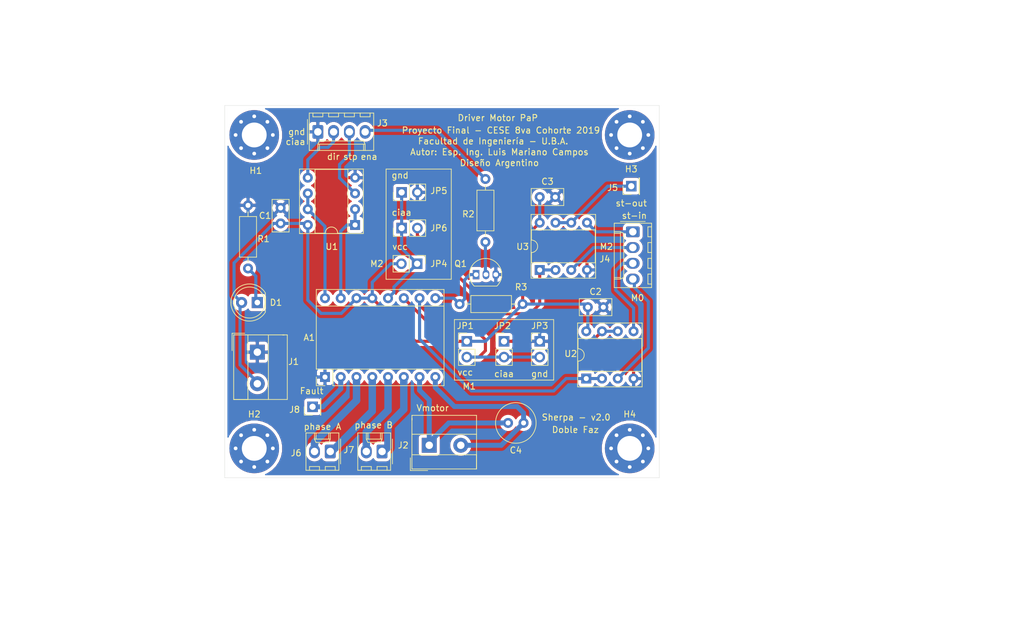
<source format=kicad_pcb>
(kicad_pcb (version 20171130) (host pcbnew 5.1.4-e60b266~84~ubuntu18.04.1)
  (title_block (title "Driver Motor Paso a Paso - Doble faz") (date 2020-05-19) (rev 2.0) (company "Proyecto Final - CESE") (comment 1 "Facultad de Ingeniería - U.B.A.") (comment 2 "Autor : Esp. Ing. Luis Mariano Campos"))
  (layers (0 F.Cu signal) (31 B.Cu signal) (34 B.Paste user hide) (35 F.Paste user hide) (36 B.SilkS user hide) (37 F.SilkS user) (38 B.Mask user) (39 F.Mask user) (44 Edge.Cuts user))
  (net 0 "")
  (net 1 "Net-(A1-Pad16)")
  (net 2 VDD)
  (net 3 "Net-(A1-Pad15)")
  (net 4 GNDPWR)
  (net 5 VCC)
  (net 6 "Net-(A1-Pad6)")
  (net 7 "Net-(A1-Pad5)")
  (net 8 "Net-(A1-Pad12)")
  (net 9 "Net-(A1-Pad4)")
  (net 10 "Net-(A1-Pad11)")
  (net 11 "Net-(A1-Pad3)")
  (net 12 "Net-(A1-Pad10)")
  (net 13 "Net-(A1-Pad2)")
  (net 14 "Net-(A1-Pad9)")
  (net 15 GND)
  (net 16 "Net-(D1-Pad1)")
  (net 17 "Net-(J3-Pad4)")
  (net 18 "Net-(J3-Pad3)")
  (net 19 "Net-(J3-Pad2)")
  (net 20 "Net-(J4-Pad4)")
  (net 21 "Net-(J4-Pad3)")
  (net 22 "Net-(J4-Pad2)")
  (net 23 "Net-(J4-Pad1)")
  (net 24 "Net-(J5-Pad1)")
  (net 25 "Net-(JP2-Pad1)")
  (net 26 "Net-(JP6-Pad2)")
  (net 27 "Net-(Q1-Pad2)")
  (module Package_TO_SOT_THT:TO-92_Inline (layer F.Cu) (at 115.75 77)
    (fp_text reference Q1 (at -2.75 -1.75) (layer F.SilkS))
    (fp_text value BC547)
    (pad 1 thru_hole rect (at -0.254 0) (size 1.05 1.5) (drill 0.75) (layers *.Cu *.Mask) (net 14 "Net-(A1-Pad9)"))
    (pad 3 thru_hole oval (at 2.93 -0.01) (size 1.05 1.5) (drill 0.75) (layers *.Cu *.Mask) (net 15 GND))
    (pad 2 thru_hole oval (at 1.34 -0.01) (size 1.05 1.5) (drill 0.75) (layers *.Cu *.Mask) (net 27 "Net-(Q1-Pad2)"))
  )
  (module Resistor_THT:R_Axial_DIN0207_L6.3mm_D2.5mm_P10.16mm_Horizontal (layer F.Cu) (at 117 71.75 90)
    (fp_text reference R2 (at 4.5 -2.75 180) (layer F.SilkS))
    (fp_text value 33k)
    (pad 2 thru_hole oval (at 10.16 0 90) (size 1.6 1.6) (drill 0.8) (layers *.Cu *.Mask) (net 17 "Net-(J3-Pad4)"))
    (pad 1 thru_hole circle (at 0 0 90) (size 1.6 1.6) (drill 0.8) (layers *.Cu *.Mask) (net 27 "Net-(Q1-Pad2)"))
  )
  (module Connector_PinHeader_2.54mm:PinHeader_1x02_P2.54mm_Vertical (layer F.Cu) (at 103.5 69.5 90)
    (fp_text reference JP6 (at 0 6 180) (layer F.SilkS))
    (fp_text value Jumper_2_Open)
    (pad 2 thru_hole oval (at 0 2.54 90) (size 1.7 1.7) (drill 1) (layers *.Cu *.Mask) (net 26 "Net-(JP6-Pad2)"))
    (pad 1 thru_hole rect (at 0 0 90) (size 1.7 1.7) (drill 1) (layers *.Cu *.Mask) (net 8 "Net-(A1-Pad12)"))
  )
  (module Package_DIP:DIP-8_W7.62mm_Socket (layer F.Cu) (at 133.25 93.75 90)
    (fp_text reference U2 (at 4 -2.5 180) (layer F.SilkS))
    (fp_text value LM358)
    (pad 8 thru_hole oval (at 7.62 0 90) (size 1.6 1.6) (drill 0.8) (layers *.Cu *.Mask) (net 5 VCC))
    (pad 4 thru_hole oval (at 0 7.62 90) (size 1.6 1.6) (drill 0.8) (layers *.Cu *.Mask) (net 15 GND))
    (pad 7 thru_hole oval (at 7.62 2.54 90) (size 1.6 1.6) (drill 0.8) (layers *.Cu *.Mask) (net 25 "Net-(JP2-Pad1)"))
    (pad 3 thru_hole oval (at 0 5.08 90) (size 1.6 1.6) (drill 0.8) (layers *.Cu *.Mask) (net 20 "Net-(J4-Pad4)"))
    (pad 6 thru_hole oval (at 7.62 5.08 90) (size 1.6 1.6) (drill 0.8) (layers *.Cu *.Mask) (net 25 "Net-(JP2-Pad1)"))
    (pad 2 thru_hole oval (at 0 2.54 90) (size 1.6 1.6) (drill 0.8) (layers *.Cu *.Mask) (net 12 "Net-(A1-Pad10)"))
    (pad 5 thru_hole oval (at 7.62 7.62 90) (size 1.6 1.6) (drill 0.8) (layers *.Cu *.Mask) (net 21 "Net-(J4-Pad3)"))
    (pad 1 thru_hole rect (at 0 0 90) (size 1.6 1.6) (drill 0.8) (layers *.Cu *.Mask) (net 12 "Net-(A1-Pad10)"))
  )
  (module Module:Pololu_Breakout-16_15.2x20.3mm (layer F.Cu) (at 91.15 93.5 90)
    (fp_text reference A1 (at 6.35 -2.54 180) (layer F.SilkS))
    (fp_text value Pololu_Breakout_DRV8825)
    (pad 16 thru_hole oval (at 12.7 0 90) (size 1.6 1.6) (drill 0.8) (layers *.Cu *.Mask) (net 1 "Net-(A1-Pad16)"))
    (pad 8 thru_hole oval (at 0 17.78 90) (size 1.6 1.6) (drill 0.8) (layers *.Cu *.Mask) (net 2 VDD))
    (pad 15 thru_hole oval (at 12.7 2.54 90) (size 1.6 1.6) (drill 0.8) (layers *.Cu *.Mask) (net 3 "Net-(A1-Pad15)"))
    (pad 7 thru_hole oval (at 0 15.24 90) (size 1.6 1.6) (drill 0.8) (layers *.Cu *.Mask) (net 4 GNDPWR))
    (pad 14 thru_hole oval (at 12.7 5.08 90) (size 1.6 1.6) (drill 0.8) (layers *.Cu *.Mask) (net 5 VCC))
    (pad 6 thru_hole oval (at 0 12.7 90) (size 1.6 1.6) (drill 0.8) (layers *.Cu *.Mask) (net 6 "Net-(A1-Pad6)"))
    (pad 13 thru_hole oval (at 12.7 7.62 90) (size 1.6 1.6) (drill 0.8) (layers *.Cu *.Mask) (net 5 VCC))
    (pad 5 thru_hole oval (at 0 10.16 90) (size 1.6 1.6) (drill 0.8) (layers *.Cu *.Mask) (net 7 "Net-(A1-Pad5)"))
    (pad 12 thru_hole oval (at 12.7 10.16 90) (size 1.6 1.6) (drill 0.8) (layers *.Cu *.Mask) (net 8 "Net-(A1-Pad12)"))
    (pad 4 thru_hole oval (at 0 7.62 90) (size 1.6 1.6) (drill 0.8) (layers *.Cu *.Mask) (net 9 "Net-(A1-Pad4)"))
    (pad 11 thru_hole oval (at 12.7 12.7 90) (size 1.6 1.6) (drill 0.8) (layers *.Cu *.Mask) (net 10 "Net-(A1-Pad11)"))
    (pad 3 thru_hole oval (at 0 5.08 90) (size 1.6 1.6) (drill 0.8) (layers *.Cu *.Mask) (net 11 "Net-(A1-Pad3)"))
    (pad 10 thru_hole oval (at 12.7 15.24 90) (size 1.6 1.6) (drill 0.8) (layers *.Cu *.Mask) (net 12 "Net-(A1-Pad10)"))
    (pad 2 thru_hole oval (at 0 2.54 90) (size 1.6 1.6) (drill 0.8) (layers *.Cu *.Mask) (net 13 "Net-(A1-Pad2)"))
    (pad 9 thru_hole oval (at 12.7 17.78 90) (size 1.6 1.6) (drill 0.8) (layers *.Cu *.Mask) (net 14 "Net-(A1-Pad9)"))
    (pad 1 thru_hole rect (at 0 0 90) (size 1.6 1.6) (drill 0.8) (layers *.Cu *.Mask) (net 15 GND))
  )
  (module Connector_Molex:Molex_KK-254_AE-6410-02A_1x02_P2.54mm_Vertical (layer F.Cu) (at 92 105.5 180)
    (fp_text reference J6 (at 5.5 -0.25 180) (layer F.SilkS))
    (fp_text value Conn_01x02)
    (pad 2 thru_hole oval (at 2.54 0 180) (size 1.74 2.2) (drill 1.2) (layers *.Cu *.Mask) (net 11 "Net-(A1-Pad3)"))
    (pad 1 thru_hole roundrect (at 0 0 180) (size 1.74 2.2) (drill 1.2) (layers *.Cu *.Mask) (roundrect_rratio 0.143678) (net 9 "Net-(A1-Pad4)"))
  )
  (module Package_DIP:DIP-8_W7.62mm_Socket (layer F.Cu) (at 125.75 76.25 90)
    (fp_text reference U3 (at 3.75 -2.75 180) (layer F.SilkS))
    (fp_text value LM358)
    (pad 8 thru_hole oval (at 7.62 0 90) (size 1.6 1.6) (drill 0.8) (layers *.Cu *.Mask) (net 5 VCC))
    (pad 4 thru_hole oval (at 0 7.62 90) (size 1.6 1.6) (drill 0.8) (layers *.Cu *.Mask) (net 15 GND))
    (pad 7 thru_hole oval (at 7.62 2.54 90) (size 1.6 1.6) (drill 0.8) (layers *.Cu *.Mask) (net 24 "Net-(J5-Pad1)"))
    (pad 3 thru_hole oval (at 0 5.08 90) (size 1.6 1.6) (drill 0.8) (layers *.Cu *.Mask) (net 22 "Net-(J4-Pad2)"))
    (pad 6 thru_hole oval (at 7.62 5.08 90) (size 1.6 1.6) (drill 0.8) (layers *.Cu *.Mask) (net 24 "Net-(J5-Pad1)"))
    (pad 2 thru_hole oval (at 0 2.54 90) (size 1.6 1.6) (drill 0.8) (layers *.Cu *.Mask) (net 26 "Net-(JP6-Pad2)"))
    (pad 5 thru_hole oval (at 7.62 7.62 90) (size 1.6 1.6) (drill 0.8) (layers *.Cu *.Mask) (net 23 "Net-(J4-Pad1)"))
    (pad 1 thru_hole rect (at 0 0 90) (size 1.6 1.6) (drill 0.8) (layers *.Cu *.Mask) (net 26 "Net-(JP6-Pad2)"))
  )
  (module Package_DIP:DIP-8_W7.62mm_Socket (layer F.Cu) (at 96 69 180)
    (fp_text reference U1 (at 3.75 -3.5 180) (layer F.SilkS))
    (fp_text value LM358)
    (pad 8 thru_hole oval (at 7.62 0 180) (size 1.6 1.6) (drill 0.8) (layers *.Cu *.Mask) (net 5 VCC))
    (pad 4 thru_hole oval (at 0 7.62 180) (size 1.6 1.6) (drill 0.8) (layers *.Cu *.Mask) (net 15 GND))
    (pad 7 thru_hole oval (at 7.62 2.54 180) (size 1.6 1.6) (drill 0.8) (layers *.Cu *.Mask) (net 1 "Net-(A1-Pad16)"))
    (pad 3 thru_hole oval (at 0 5.08 180) (size 1.6 1.6) (drill 0.8) (layers *.Cu *.Mask) (net 18 "Net-(J3-Pad3)"))
    (pad 6 thru_hole oval (at 7.62 5.08 180) (size 1.6 1.6) (drill 0.8) (layers *.Cu *.Mask) (net 1 "Net-(A1-Pad16)"))
    (pad 2 thru_hole oval (at 0 2.54 180) (size 1.6 1.6) (drill 0.8) (layers *.Cu *.Mask) (net 3 "Net-(A1-Pad15)"))
    (pad 5 thru_hole oval (at 7.62 7.62 180) (size 1.6 1.6) (drill 0.8) (layers *.Cu *.Mask) (net 19 "Net-(J3-Pad2)"))
    (pad 1 thru_hole rect (at 0 0 180) (size 1.6 1.6) (drill 0.8) (layers *.Cu *.Mask) (net 3 "Net-(A1-Pad15)"))
  )
  (module Resistor_THT:R_Axial_DIN0207_L6.3mm_D2.5mm_P10.16mm_Horizontal (layer F.Cu) (at 123 81.75 180)
    (fp_text reference R3 (at 0.25 2.75) (layer F.SilkS))
    (fp_text value 470)
    (pad 2 thru_hole oval (at 10.16 0 180) (size 1.6 1.6) (drill 0.8) (layers *.Cu *.Mask) (net 14 "Net-(A1-Pad9)"))
    (pad 1 thru_hole circle (at 0 0 180) (size 1.6 1.6) (drill 0.8) (layers *.Cu *.Mask) (net 5 VCC))
  )
  (module Resistor_THT:R_Axial_DIN0207_L6.3mm_D2.5mm_P10.16mm_Horizontal (layer F.Cu) (at 78.75 76 90)
    (fp_text reference R1 (at 4.75 2.5 180) (layer F.SilkS))
    (fp_text value 220)
    (pad 2 thru_hole oval (at 10.16 0 90) (size 1.6 1.6) (drill 0.8) (layers *.Cu *.Mask) (net 15 GND))
    (pad 1 thru_hole circle (at 0 0 90) (size 1.6 1.6) (drill 0.8) (layers *.Cu *.Mask) (net 16 "Net-(D1-Pad1)"))
  )
  (module Connector_PinHeader_2.54mm:PinHeader_1x02_P2.54mm_Vertical (layer F.Cu) (at 103.5 63.75 90)
    (fp_text reference JP5 (at 0.25 6 180) (layer F.SilkS))
    (fp_text value Jumper_2_Open)
    (pad 2 thru_hole oval (at 0 2.54 90) (size 1.7 1.7) (drill 1) (layers *.Cu *.Mask) (net 15 GND))
    (pad 1 thru_hole rect (at 0 0 90) (size 1.7 1.7) (drill 1) (layers *.Cu *.Mask) (net 8 "Net-(A1-Pad12)"))
  )
  (module Connector_PinHeader_2.54mm:PinHeader_1x02_P2.54mm_Vertical (layer F.Cu) (at 106 75.25 270)
    (fp_text reference JP4 (at 0 -3.5 180) (layer F.SilkS))
    (fp_text value Jumper_2_Open)
    (pad 2 thru_hole oval (at 0 2.54 270) (size 1.7 1.7) (drill 1) (layers *.Cu *.Mask) (net 5 VCC))
    (pad 1 thru_hole rect (at 0 0 270) (size 1.7 1.7) (drill 1) (layers *.Cu *.Mask) (net 8 "Net-(A1-Pad12)"))
  )
  (module Connector_PinHeader_2.54mm:PinHeader_1x02_P2.54mm_Vertical (layer F.Cu) (at 125.75 87.75)
    (fp_text reference JP3 (at 0 -2.5 180) (layer F.SilkS))
    (fp_text value Jumper_2_Open)
    (pad 2 thru_hole oval (at 0 2.54) (size 1.7 1.7) (drill 1) (layers *.Cu *.Mask) (net 10 "Net-(A1-Pad11)"))
    (pad 1 thru_hole rect (at 0 0) (size 1.7 1.7) (drill 1) (layers *.Cu *.Mask) (net 15 GND))
  )
  (module Connector_PinHeader_2.54mm:PinHeader_1x02_P2.54mm_Vertical (layer F.Cu) (at 120 87.75)
    (fp_text reference JP2 (at -0.25 -2.5 180) (layer F.SilkS))
    (fp_text value Jumper_2_Open)
    (pad 2 thru_hole oval (at 0 2.54) (size 1.7 1.7) (drill 1) (layers *.Cu *.Mask) (net 10 "Net-(A1-Pad11)"))
    (pad 1 thru_hole rect (at 0 0) (size 1.7 1.7) (drill 1) (layers *.Cu *.Mask) (net 25 "Net-(JP2-Pad1)"))
  )
  (module Connector_PinHeader_2.54mm:PinHeader_1x02_P2.54mm_Vertical (layer F.Cu) (at 114 87.75)
    (fp_text reference JP1 (at -0.25 -2.5 180) (layer F.SilkS))
    (fp_text value Jumper_2_Open)
    (pad 2 thru_hole oval (at 0 2.54) (size 1.7 1.7) (drill 1) (layers *.Cu *.Mask) (net 10 "Net-(A1-Pad11)"))
    (pad 1 thru_hole rect (at 0 0) (size 1.7 1.7) (drill 1) (layers *.Cu *.Mask) (net 5 VCC))
  )
  (module Connector_PinHeader_2.54mm:PinHeader_1x01_P2.54mm_Vertical (layer F.Cu) (at 89.15 98.3 90)
    (fp_text reference J8 (at -0.45 -2.9 180) (layer F.SilkS))
    (fp_text value Conn_01x01)
    (pad 1 thru_hole rect (at 0 0 90) (size 1.7 1.7) (drill 1) (layers *.Cu *.Mask) (net 13 "Net-(A1-Pad2)"))
  )
  (module Connector_Molex:Molex_KK-254_AE-6410-02A_1x02_P2.54mm_Vertical (layer F.Cu) (at 100.35 105.5 180)
    (fp_text reference J7 (at 5.35 0.25 180) (layer F.SilkS))
    (fp_text value Conn_01x02)
    (pad 2 thru_hole oval (at 2.54 0 180) (size 1.74 2.2) (drill 1.2) (layers *.Cu *.Mask) (net 7 "Net-(A1-Pad5)"))
    (pad 1 thru_hole roundrect (at 0 0 180) (size 1.74 2.2) (drill 1.2) (layers *.Cu *.Mask) (roundrect_rratio 0.143678) (net 6 "Net-(A1-Pad6)"))
  )
  (module Connector_PinHeader_2.54mm:PinHeader_1x01_P2.54mm_Vertical (layer F.Cu) (at 140.5 62.75 90)
    (fp_text reference J5 (at -0.25 -3 180) (layer F.SilkS))
    (fp_text value Conn_01x01)
    (pad 1 thru_hole rect (at 0 0 90) (size 1.7 1.7) (drill 1) (layers *.Cu *.Mask) (net 24 "Net-(J5-Pad1)"))
  )
  (module Connector_Molex:Molex_KK-254_AE-6410-04A_1x04_P2.54mm_Vertical (layer F.Cu) (at 140.75 70.1 270)
    (fp_text reference J4 (at 4.4 4.5 180) (layer F.SilkS))
    (fp_text value Conn_01x04)
    (pad 4 thru_hole oval (at 7.62 0 270) (size 1.74 2.2) (drill 1.2) (layers *.Cu *.Mask) (net 20 "Net-(J4-Pad4)"))
    (pad 3 thru_hole oval (at 5.08 0 270) (size 1.74 2.2) (drill 1.2) (layers *.Cu *.Mask) (net 21 "Net-(J4-Pad3)"))
    (pad 2 thru_hole oval (at 2.54 0 270) (size 1.74 2.2) (drill 1.2) (layers *.Cu *.Mask) (net 22 "Net-(J4-Pad2)"))
    (pad 1 thru_hole roundrect (at 0 0 270) (size 1.74 2.2) (drill 1.2) (layers *.Cu *.Mask) (roundrect_rratio 0.143678) (net 23 "Net-(J4-Pad1)"))
  )
  (module Connector_Molex:Molex_KK-254_AE-6410-04A_1x04_P2.54mm_Vertical (layer F.Cu) (at 90 54)
    (fp_text reference J3 (at 10.4 -1.4 180) (layer F.SilkS))
    (fp_text value Conn_01x04)
    (pad 4 thru_hole oval (at 7.62 0) (size 1.74 2.2) (drill 1.2) (layers *.Cu *.Mask) (net 17 "Net-(J3-Pad4)"))
    (pad 3 thru_hole oval (at 5.08 0) (size 1.74 2.2) (drill 1.2) (layers *.Cu *.Mask) (net 18 "Net-(J3-Pad3)"))
    (pad 2 thru_hole oval (at 2.54 0) (size 1.74 2.2) (drill 1.2) (layers *.Cu *.Mask) (net 19 "Net-(J3-Pad2)"))
    (pad 1 thru_hole roundrect (at 0 0) (size 1.74 2.2) (drill 1.2) (layers *.Cu *.Mask) (roundrect_rratio 0.143678) (net 15 GND))
  )
  (module MountingHole:MountingHole_4mm_Pad_Via (layer F.Cu) (at 140.25 105)
    (fp_text reference H4 (at 0 -5.5 180) (layer F.SilkS))
    (fp_text value MountingHole)
    (pad 1 thru_hole circle (at 2.12132 -2.12132) (size 0.9 0.9) (drill 0.6) (layers *.Cu *.Mask))
    (pad 1 thru_hole circle (at 0 -3) (size 0.9 0.9) (drill 0.6) (layers *.Cu *.Mask))
    (pad 1 thru_hole circle (at -2.12132 -2.12132) (size 0.9 0.9) (drill 0.6) (layers *.Cu *.Mask))
    (pad 1 thru_hole circle (at -3 0) (size 0.9 0.9) (drill 0.6) (layers *.Cu *.Mask))
    (pad 1 thru_hole circle (at -2.12132 2.12132) (size 0.9 0.9) (drill 0.6) (layers *.Cu *.Mask))
    (pad 1 thru_hole circle (at 0 3) (size 0.9 0.9) (drill 0.6) (layers *.Cu *.Mask))
    (pad 1 thru_hole circle (at 2.12132 2.12132) (size 0.9 0.9) (drill 0.6) (layers *.Cu *.Mask))
    (pad 1 thru_hole circle (at 3 0) (size 0.9 0.9) (drill 0.6) (layers *.Cu *.Mask))
    (pad 1 thru_hole circle (at 0 0) (size 8 8) (drill 4) (layers *.Cu *.Mask))
  )
  (module MountingHole:MountingHole_4mm_Pad_Via (layer F.Cu) (at 140.25 54.5)
    (fp_text reference H3 (at 0.25 5.5 180) (layer F.SilkS))
    (fp_text value MountingHole)
    (pad 1 thru_hole circle (at 2.12132 -2.12132) (size 0.9 0.9) (drill 0.6) (layers *.Cu *.Mask))
    (pad 1 thru_hole circle (at 0 -3) (size 0.9 0.9) (drill 0.6) (layers *.Cu *.Mask))
    (pad 1 thru_hole circle (at -2.12132 -2.12132) (size 0.9 0.9) (drill 0.6) (layers *.Cu *.Mask))
    (pad 1 thru_hole circle (at -3 0) (size 0.9 0.9) (drill 0.6) (layers *.Cu *.Mask))
    (pad 1 thru_hole circle (at -2.12132 2.12132) (size 0.9 0.9) (drill 0.6) (layers *.Cu *.Mask))
    (pad 1 thru_hole circle (at 0 3) (size 0.9 0.9) (drill 0.6) (layers *.Cu *.Mask))
    (pad 1 thru_hole circle (at 2.12132 2.12132) (size 0.9 0.9) (drill 0.6) (layers *.Cu *.Mask))
    (pad 1 thru_hole circle (at 3 0) (size 0.9 0.9) (drill 0.6) (layers *.Cu *.Mask))
    (pad 1 thru_hole circle (at 0 0) (size 8 8) (drill 4) (layers *.Cu *.Mask))
  )
  (module MountingHole:MountingHole_4mm_Pad_Via (layer F.Cu) (at 79.75 105)
    (fp_text reference H2 (at 0 -5.5 180) (layer F.SilkS))
    (fp_text value MountingHole)
    (pad 1 thru_hole circle (at 2.12132 -2.12132) (size 0.9 0.9) (drill 0.6) (layers *.Cu *.Mask))
    (pad 1 thru_hole circle (at 0 -3) (size 0.9 0.9) (drill 0.6) (layers *.Cu *.Mask))
    (pad 1 thru_hole circle (at -2.12132 -2.12132) (size 0.9 0.9) (drill 0.6) (layers *.Cu *.Mask))
    (pad 1 thru_hole circle (at -3 0) (size 0.9 0.9) (drill 0.6) (layers *.Cu *.Mask))
    (pad 1 thru_hole circle (at -2.12132 2.12132) (size 0.9 0.9) (drill 0.6) (layers *.Cu *.Mask))
    (pad 1 thru_hole circle (at 0 3) (size 0.9 0.9) (drill 0.6) (layers *.Cu *.Mask))
    (pad 1 thru_hole circle (at 2.12132 2.12132) (size 0.9 0.9) (drill 0.6) (layers *.Cu *.Mask))
    (pad 1 thru_hole circle (at 3 0) (size 0.9 0.9) (drill 0.6) (layers *.Cu *.Mask))
    (pad 1 thru_hole circle (at 0 0) (size 8 8) (drill 4) (layers *.Cu *.Mask))
  )
  (module LED_THT:LED_D5.0mm (layer F.Cu) (at 80.25 81.5 180)
    (fp_text reference D1 (at -3 0 180) (layer F.SilkS))
    (fp_text value LED_PWR)
    (pad 2 thru_hole circle (at 2.54 0 180) (size 1.8 1.8) (drill 0.9) (layers *.Cu *.Mask) (net 5 VCC))
    (pad 1 thru_hole rect (at 0 0 180) (size 1.8 1.8) (drill 0.9) (layers *.Cu *.Mask) (net 16 "Net-(D1-Pad1)"))
  )
  (module MountingHole:MountingHole_4mm_Pad_Via (layer F.Cu) (at 79.75 54.5)
    (fp_text reference H1 (at 0.25 5.75 180) (layer F.SilkS))
    (fp_text value MountingHole)
    (pad 1 thru_hole circle (at 2.12132 -2.12132) (size 0.9 0.9) (drill 0.6) (layers *.Cu *.Mask))
    (pad 1 thru_hole circle (at 0 -3) (size 0.9 0.9) (drill 0.6) (layers *.Cu *.Mask))
    (pad 1 thru_hole circle (at -2.12132 -2.12132) (size 0.9 0.9) (drill 0.6) (layers *.Cu *.Mask))
    (pad 1 thru_hole circle (at -3 0) (size 0.9 0.9) (drill 0.6) (layers *.Cu *.Mask))
    (pad 1 thru_hole circle (at -2.12132 2.12132) (size 0.9 0.9) (drill 0.6) (layers *.Cu *.Mask))
    (pad 1 thru_hole circle (at 0 3) (size 0.9 0.9) (drill 0.6) (layers *.Cu *.Mask))
    (pad 1 thru_hole circle (at 2.12132 2.12132) (size 0.9 0.9) (drill 0.6) (layers *.Cu *.Mask))
    (pad 1 thru_hole circle (at 3 0) (size 0.9 0.9) (drill 0.6) (layers *.Cu *.Mask))
    (pad 1 thru_hole circle (at 0 0) (size 8 8) (drill 4) (layers *.Cu *.Mask))
  )
  (module Capacitor_THT:C_Disc_D5.0mm_W2.5mm_P2.50mm (layer F.Cu) (at 84 68.75 90)
    (fp_text reference C1 (at 1.25 -2.5 180) (layer F.SilkS))
    (fp_text value 100nF)
    (pad 2 thru_hole circle (at 2.5 0 90) (size 1.6 1.6) (drill 0.8) (layers *.Cu *.Mask) (net 15 GND))
    (pad 1 thru_hole circle (at 0 0 90) (size 1.6 1.6) (drill 0.8) (layers *.Cu *.Mask) (net 5 VCC))
  )
  (module Capacitor_THT:C_Disc_D5.0mm_W2.5mm_P2.50mm (layer F.Cu) (at 133.5 82.25)
    (fp_text reference C2 (at 1.25 -2.5) (layer F.SilkS))
    (fp_text value 100nF)
    (pad 2 thru_hole circle (at 2.5 0) (size 1.6 1.6) (drill 0.8) (layers *.Cu *.Mask) (net 15 GND))
    (pad 1 thru_hole circle (at 0 0) (size 1.6 1.6) (drill 0.8) (layers *.Cu *.Mask) (net 5 VCC))
  )
  (module Capacitor_THT:C_Disc_D5.0mm_W2.5mm_P2.50mm (layer F.Cu) (at 125.75 64.5)
    (fp_text reference C3 (at 1.25 -2.5) (layer F.SilkS))
    (fp_text value 100nF)
    (pad 2 thru_hole circle (at 2.5 0) (size 1.6 1.6) (drill 0.8) (layers *.Cu *.Mask) (net 15 GND))
    (pad 1 thru_hole circle (at 0 0) (size 1.6 1.6) (drill 0.8) (layers *.Cu *.Mask) (net 5 VCC))
  )
  (module "Terminal Degson:dg126" (layer F.Cu) (at 80.25 89.5 270)
    (fp_text reference J1 (at 1.524 -5.842 180) (layer F.SilkS))
    (fp_text value Conn_01x02)
    (pad 1 thru_hole rect (at 0 0 270) (size 2.4 2.4) (drill 1.2) (layers *.Cu *.Mask) (net 15 GND))
    (pad 2 thru_hole circle (at 5.08 0 270) (size 2.4 2.4) (drill 1.2) (layers *.Cu *.Mask) (net 5 VCC))
  )
  (module "Terminal Degson:dg126" (layer F.Cu) (at 107.95 104.5)
    (fp_text reference J2 (at -4.2 0) (layer F.SilkS))
    (fp_text value Conn_01x02)
    (pad 2 thru_hole circle (at 5.08 0) (size 2.4 2.4) (drill 1.2) (layers *.Cu *.Mask) (net 2 VDD))
    (pad 1 thru_hole rect (at 0 0) (size 2.4 2.4) (drill 1.2) (layers *.Cu *.Mask) (net 4 GNDPWR))
  )
  (module Capacitor_THT:C_Radial_D6.3mm_H11.0mm_P2.50mm (layer F.Cu) (at 123.15 100.9 180)
    (fp_text reference C4 (at 1.25 -4.4) (layer F.SilkS))
    (fp_text value 100nF)
    (pad 1 thru_hole circle (at 0 0 180) (size 1.6 1.6) (drill 0.8) (layers *.Cu *.Mask) (net 2 VDD))
    (pad 2 thru_hole circle (at 2.5 0 180) (size 1.6 1.6) (drill 0.8) (layers *.Cu *.Mask) (net 4 GNDPWR))
  )
  (gr_text "ciaa\n" (at 86.4 55.6) (layer F.SilkS) (effects (font (size 1 1))))
  (gr_text gnd (at 86.6 54) (layer F.SilkS) (effects (font (size 1 1))))
  (gr_line (start 101 77.75) (end 101 60) (layer F.SilkS) (width 0.12))
  (gr_line (start 111.5 77.75) (end 101 77.75) (layer F.SilkS) (width 0.12))
  (gr_line (start 111.5 60) (end 111.5 77.75) (layer F.SilkS) (width 0.12))
  (gr_line (start 101 60) (end 111.5 60) (layer F.SilkS) (width 0.12))
  (gr_line (start 128 94) (end 128 84.25) (layer F.SilkS) (width 0.12))
  (gr_line (start 112 94) (end 112 93.75) (layer F.SilkS) (width 0.12))
  (gr_line (start 128 94) (end 112 94) (layer F.SilkS) (width 0.12))
  (gr_line (start 112 84.25) (end 128 84.25) (layer F.SilkS) (width 0.12))
  (gr_line (start 112 93.75) (end 112 84.25) (layer F.SilkS) (width 0.12))
  (gr_text st-out (at 140.5 65.5) (layer F.SilkS) (effects (font (size 1 1))))
  (gr_text st-in (at 141 67.5) (layer F.SilkS) (effects (font (size 1 1))))
  (gr_text M2 (at 136.5 72.5) (layer F.SilkS) (effects (font (size 1 1))))
  (gr_text M0 (at 141.5 80.75) (layer F.SilkS) (effects (font (size 1 1))))
  (gr_text "Doble Faz" (at 131.5 102) (layer F.SilkS) (effects (font (size 1 1))))
  (gr_text "Sherpa - v2.0 " (at 132 100) (layer F.SilkS) (effects (font (size 1 1))))
  (gr_text Fault (at 89 95.75) (layer F.SilkS) (effects (font (size 1 1))))
  (gr_text Vmotor (at 108.5 98.5) (layer F.SilkS) (effects (font (size 1 1))))
  (gr_line (start 75 109.75) (end 75 49.75) (layer Edge.Cuts) (width 0.05))
  (gr_line (start 145 109.75) (end 75 109.75) (layer Edge.Cuts) (width 0.05))
  (gr_line (start 145 49.75) (end 145 109.75) (layer Edge.Cuts) (width 0.05))
  (gr_line (start 75 49.75) (end 145 49.75) (layer Edge.Cuts) (width 0.05))
  (gr_text gnd (at 103.25 61) (layer F.SilkS) (effects (font (size 1 1))))
  (gr_text ciaa (at 103.5 67) (layer F.SilkS) (effects (font (size 1 1))))
  (gr_text vcc (at 103.25 72.5) (layer F.SilkS) (effects (font (size 1 1))))
  (gr_text M2 (at 99.5 75.25) (layer F.SilkS) (effects (font (size 1 1))))
  (gr_text ciaa (at 120 93) (layer F.SilkS) (effects (font (size 1 1))))
  (gr_text vcc (at 113.75 92.75) (layer F.SilkS) (effects (font (size 1 1))))
  (gr_text gnd (at 125.75 93) (layer F.SilkS) (effects (font (size 1 1))))
  (gr_text M1 (at 114.4 95) (layer F.SilkS) (effects (font (size 1 1))))
  (gr_text dir (at 92.5 58) (layer F.SilkS) (effects (font (size 1 1))))
  (gr_text stp (at 95.25 58) (layer F.SilkS) (effects (font (size 1 1))))
  (gr_text "ena\n" (at 98.25 58) (layer F.SilkS) (effects (font (size 1 1))))
  (gr_text "phase A" (at 90.75 101.5) (layer F.SilkS) (effects (font (size 1 1))))
  (gr_text "phase B" (at 99 101.25) (layer F.SilkS) (effects (font (size 1 1))))
  (gr_text "Facultad de Ingeniería - U.B.A." (at 118.25 55.5) (layer F.SilkS) (effects (font (size 1 1))))
  (gr_text "Autor: Esp. Ing. Luis Mariano Campos" (at 119.25 57.25) (layer F.SilkS) (effects (font (size 1 1))))
  (gr_text "Diseño Argentino" (at 119.25 59) (layer F.SilkS) (effects (font (size 1 1))))
  (gr_text "Proyecto Final - CESE 8va Cohorte 2019" (at 119.5 53.75) (layer F.SilkS) (effects (font (size 1 1))))
  (gr_text "Driver Motor PaP" (at 119 51.75) (layer F.SilkS) (effects (font (size 1 1))))
  (segment (start 88.38 66.46) (end 88.38 63.92) (width 0.5) (layer B.Cu) (net 1))
  (segment (start 91.15 69.23) (end 88.38 66.46) (width 0.5) (layer B.Cu) (net 1))
  (segment (start 91.15 80.8) (end 91.15 69.23) (width 0.5) (layer B.Cu) (net 1))
  (segment (start 108.93 95.18) (end 108.93 93.5) (width 0.8) (layer B.Cu) (net 2))
  (segment (start 112 98.25) (end 108.93 95.18) (width 0.8) (layer B.Cu) (net 2))
  (segment (start 122.1 98.25) (end 112 98.25) (width 0.8) (layer B.Cu) (net 2))
  (segment (start 123.15 100.9) (end 123.15 99.3) (width 0.8) (layer B.Cu) (net 2))
  (segment (start 123.15 99.3) (end 122.1 98.25) (width 0.8) (layer B.Cu) (net 2))
  (segment (start 119.55 104.5) (end 123.15 100.9) (width 0.8) (layer B.Cu) (net 2))
  (segment (start 113.03 104.5) (end 119.55 104.5) (width 0.8) (layer B.Cu) (net 2))
  (segment (start 96 66.46) (end 96 69) (width 0.5) (layer B.Cu) (net 3))
  (segment (start 94.7 69) (end 96 69) (width 0.5) (layer B.Cu) (net 3))
  (segment (start 93.69 70.01) (end 94.7 69) (width 0.5) (layer B.Cu) (net 3))
  (segment (start 93.69 80.8) (end 93.69 70.01) (width 0.5) (layer B.Cu) (net 3))
  (segment (start 107.95 104) (end 108 104) (width 0.8) (layer B.Cu) (net 4))
  (segment (start 106.39 95.64) (end 106.39 93.5) (width 0.8) (layer B.Cu) (net 4))
  (segment (start 107.95 97.2) (end 106.39 95.64) (width 0.8) (layer B.Cu) (net 4))
  (segment (start 111.1 100.9) (end 120.65 100.9) (width 0.8) (layer B.Cu) (net 4))
  (segment (start 107.95 104) (end 107.95 97.2) (width 0.8) (layer B.Cu) (net 4))
  (segment (start 108 104) (end 111.1 100.9) (width 0.8) (layer B.Cu) (net 4))
  (segment (start 77.46 91.54) (end 80.5 94.58) (width 0.5) (layer B.Cu) (net 5))
  (segment (start 77.46 81.5) (end 77.46 91.54) (width 0.5) (layer B.Cu) (net 5))
  (segment (start 96.23 80.8) (end 98.77 80.8) (width 0.5) (layer B.Cu) (net 5))
  (segment (start 88.13 68.75) (end 88.38 69) (width 0.5) (layer B.Cu) (net 5))
  (segment (start 125.75 64.5) (end 125.75 68.63) (width 0.5) (layer B.Cu) (net 5))
  (segment (start 117 87.75) (end 123 81.75) (width 0.5) (layer B.Cu) (net 5))
  (segment (start 114 87.75) (end 117 87.75) (width 0.5) (layer B.Cu) (net 5))
  (segment (start 133.5 85.88) (end 133.25 86.13) (width 0.5) (layer B.Cu) (net 5))
  (segment (start 133.5 82.25) (end 133.5 85.88) (width 0.5) (layer B.Cu) (net 5))
  (segment (start 123 71.38) (end 125.75 68.63) (width 0.5) (layer F.Cu) (net 5))
  (segment (start 123 81.75) (end 123 71.38) (width 0.5) (layer F.Cu) (net 5))
  (segment (start 105.72 87.75) (end 98.77 80.8) (width 0.5) (layer F.Cu) (net 5))
  (segment (start 114 87.75) (end 105.72 87.75) (width 0.5) (layer F.Cu) (net 5))
  (segment (start 90.527999 83.25) (end 88.38 81.102001) (width 0.5) (layer B.Cu) (net 5))
  (segment (start 96.23 80.8) (end 93.78 83.25) (width 0.5) (layer B.Cu) (net 5))
  (segment (start 93.78 83.25) (end 90.527999 83.25) (width 0.5) (layer B.Cu) (net 5))
  (segment (start 98.77 80.8) (end 98.77 78.23) (width 0.5) (layer B.Cu) (net 5))
  (segment (start 101.75 75.25) (end 103.46 75.25) (width 0.5) (layer B.Cu) (net 5))
  (segment (start 98.77 78.23) (end 101.75 75.25) (width 0.5) (layer B.Cu) (net 5))
  (segment (start 84 68.75) (end 88.13 68.75) (width 0.5) (layer B.Cu) (net 5))
  (segment (start 88.38 70.13137) (end 88.38 69) (width 0.5) (layer B.Cu) (net 5))
  (segment (start 88.38 81.102001) (end 88.38 70.13137) (width 0.5) (layer B.Cu) (net 5))
  (segment (start 133 81.75) (end 133.5 82.25) (width 0.5) (layer B.Cu) (net 5))
  (segment (start 123 81.75) (end 133 81.75) (width 0.5) (layer B.Cu) (net 5))
  (segment (start 82.86863 68.75) (end 84 68.75) (width 0.5) (layer B.Cu) (net 5))
  (segment (start 76.5 75.11863) (end 82.86863 68.75) (width 0.5) (layer B.Cu) (net 5))
  (segment (start 77.71 81.5) (end 76.5 80.29) (width 0.5) (layer B.Cu) (net 5))
  (segment (start 76.5 80.29) (end 76.5 75.11863) (width 0.5) (layer B.Cu) (net 5))
  (segment (start 103.85 98.708351) (end 103.85 94.63137) (width 1.2) (layer B.Cu) (net 6))
  (segment (start 101.289773 101.268578) (end 103.85 98.708351) (width 1.2) (layer B.Cu) (net 6))
  (segment (start 101.289773 104.810227) (end 101.289773 101.268578) (width 1.2) (layer B.Cu) (net 6))
  (segment (start 103.85 94.63137) (end 103.85 93.5) (width 1.2) (layer B.Cu) (net 6))
  (segment (start 100.35 105.75) (end 101.289773 104.810227) (width 1.2) (layer B.Cu) (net 6))
  (segment (start 101.15 93.66) (end 101.31 93.5) (width 1.2) (layer B.Cu) (net 7))
  (segment (start 101.31 94.63137) (end 101.31 93.5) (width 1.2) (layer B.Cu) (net 7))
  (segment (start 101.31 98.844175) (end 101.31 94.63137) (width 1.2) (layer B.Cu) (net 7))
  (segment (start 97.81 102.344175) (end 101.31 98.844175) (width 1.2) (layer B.Cu) (net 7))
  (segment (start 97.81 105.75) (end 97.81 102.344175) (width 1.2) (layer B.Cu) (net 7))
  (segment (start 101.35 80.76) (end 101.31 80.8) (width 0.5) (layer F.Cu) (net 8))
  (segment (start 101.31 80.8) (end 101.555998 80.8) (width 0.5) (layer B.Cu) (net 8))
  (segment (start 102.259999 78.990001) (end 106 75.25) (width 0.5) (layer B.Cu) (net 8))
  (segment (start 102.259999 79.850001) (end 102.259999 78.990001) (width 0.5) (layer B.Cu) (net 8))
  (segment (start 101.31 80.8) (end 102.259999 79.850001) (width 0.5) (layer B.Cu) (net 8))
  (segment (start 103.5 72.75) (end 106 75.25) (width 0.5) (layer B.Cu) (net 8))
  (segment (start 103.5 69.5) (end 103.5 72.75) (width 0.5) (layer B.Cu) (net 8))
  (segment (start 103.5 63.75) (end 103.5 69.5) (width 0.5) (layer B.Cu) (net 8))
  (segment (start 98.77 94.63137) (end 98.77 93.5) (width 1.2) (layer B.Cu) (net 9))
  (segment (start 98.77 98.98) (end 98.77 94.63137) (width 1.2) (layer B.Cu) (net 9))
  (segment (start 92 105.75) (end 98.77 98.98) (width 1.2) (layer B.Cu) (net 9))
  (segment (start 120.04 90.29) (end 119.5 90.29) (width 0.5) (layer B.Cu) (net 10))
  (segment (start 114 90.29) (end 120 90.29) (width 0.5) (layer B.Cu) (net 10))
  (segment (start 121.202081 90.29) (end 125.75 90.29) (width 0.5) (layer B.Cu) (net 10))
  (segment (start 120 90.29) (end 121.202081 90.29) (width 0.5) (layer B.Cu) (net 10))
  (segment (start 114 90.29) (end 115.96 90.29) (width 0.5) (layer F.Cu) (net 10))
  (segment (start 115.96 90.29) (end 117 89.25) (width 0.5) (layer F.Cu) (net 10))
  (segment (start 117 89.25) (end 117 87.5) (width 0.5) (layer F.Cu) (net 10))
  (segment (start 117 87.5) (end 113.75 84.25) (width 0.5) (layer F.Cu) (net 10))
  (segment (start 107.3 84.25) (end 103.85 80.8) (width 0.5) (layer F.Cu) (net 10))
  (segment (start 113.75 84.25) (end 107.3 84.25) (width 0.5) (layer F.Cu) (net 10))
  (segment (start 89.46 105.75) (end 89.46 104.04) (width 1.2) (layer B.Cu) (net 11))
  (segment (start 96.23 97.27) (end 96.23 93.5) (width 1.2) (layer B.Cu) (net 11))
  (segment (start 89.46 104.04) (end 96.23 97.27) (width 1.2) (layer B.Cu) (net 11))
  (segment (start 133.25 93.75) (end 135.79 93.75) (width 0.5) (layer B.Cu) (net 12))
  (segment (start 133.25 93.75) (end 130 93.75) (width 0.5) (layer B.Cu) (net 12))
  (segment (start 130 93.75) (end 128 95.75) (width 0.5) (layer B.Cu) (net 12))
  (segment (start 128 95.75) (end 114.75 95.75) (width 0.5) (layer B.Cu) (net 12))
  (segment (start 106.39 87.39) (end 106.39 80.8) (width 0.5) (layer B.Cu) (net 12))
  (segment (start 114.75 95.75) (end 106.39 87.39) (width 0.5) (layer B.Cu) (net 12))
  (segment (start 93.69 94.63137) (end 93.69 93.5) (width 0.8) (layer B.Cu) (net 13))
  (segment (start 93.69 95.41) (end 93.69 94.63137) (width 0.8) (layer B.Cu) (net 13))
  (segment (start 90.8 98.3) (end 93.69 95.41) (width 0.8) (layer B.Cu) (net 13))
  (segment (start 89.15 98.3) (end 90.8 98.3) (width 0.8) (layer B.Cu) (net 13))
  (segment (start 111.89 80.8) (end 112.84 81.75) (width 0.5) (layer B.Cu) (net 14))
  (segment (start 108.93 80.8) (end 111.89 80.8) (width 0.5) (layer B.Cu) (net 14))
  (segment (start 113.639999 80.950001) (end 113.639999 77.860001) (width 0.5) (layer B.Cu) (net 14))
  (segment (start 112.84 81.75) (end 113.639999 80.950001) (width 0.5) (layer B.Cu) (net 14))
  (segment (start 114.5 77) (end 115.74499 77) (width 0.5) (layer B.Cu) (net 14))
  (segment (start 113.639999 77.860001) (end 114.5 77) (width 0.5) (layer B.Cu) (net 14))
  (segment (start 80 77.25) (end 78.75 76) (width 0.5) (layer B.Cu) (net 16))
  (segment (start 80 81.5) (end 80 77.25) (width 0.5) (layer B.Cu) (net 16))
  (segment (start 109.16 53.75) (end 117 61.59) (width 0.5) (layer B.Cu) (net 17))
  (segment (start 97.62 53.75) (end 109.16 53.75) (width 0.5) (layer B.Cu) (net 17))
  (segment (start 95.08 53.75) (end 95.08 57.67) (width 0.5) (layer B.Cu) (net 18))
  (segment (start 95.08 57.67) (end 93.5 59.25) (width 0.5) (layer B.Cu) (net 18))
  (segment (start 93.5 59.25) (end 93.5 61.42) (width 0.5) (layer B.Cu) (net 18))
  (segment (start 93.5 61.42) (end 96 63.92) (width 0.5) (layer B.Cu) (net 18))
  (segment (start 91.64 56.5) (end 92.54 55.6) (width 0.5) (layer B.Cu) (net 19))
  (segment (start 90.383902 56.5) (end 91.64 56.5) (width 0.5) (layer B.Cu) (net 19))
  (segment (start 88.38 58.503902) (end 90.383902 56.5) (width 0.5) (layer B.Cu) (net 19))
  (segment (start 92.54 55.6) (end 92.54 54) (width 0.5) (layer B.Cu) (net 19))
  (segment (start 88.38 61.38) (end 88.38 58.503902) (width 0.5) (layer B.Cu) (net 19))
  (segment (start 143.25 81.34) (end 143.25 88.83) (width 0.5) (layer B.Cu) (net 20))
  (segment (start 141 77.72) (end 141 79.09) (width 0.5) (layer B.Cu) (net 20))
  (segment (start 143.25 88.83) (end 138.33 93.75) (width 0.5) (layer B.Cu) (net 20))
  (segment (start 141 79.09) (end 143.25 81.34) (width 0.5) (layer B.Cu) (net 20))
  (segment (start 140.55 75.18) (end 140.32 75.18) (width 0.5) (layer F.Cu) (net 21))
  (segment (start 141 75.18) (end 141 75.19896) (width 0.5) (layer B.Cu) (net 21))
  (segment (start 139.15 75.18) (end 138 76.33) (width 0.5) (layer B.Cu) (net 21))
  (segment (start 140.75 75.18) (end 139.15 75.18) (width 0.5) (layer B.Cu) (net 21))
  (segment (start 138 76.33) (end 138 79.5) (width 0.5) (layer B.Cu) (net 21))
  (segment (start 140.87 82.37) (end 140.87 86.13) (width 0.5) (layer B.Cu) (net 21))
  (segment (start 138 79.5) (end 140.87 82.37) (width 0.5) (layer B.Cu) (net 21))
  (segment (start 134.44 72.64) (end 130.83 76.25) (width 0.5) (layer B.Cu) (net 22))
  (segment (start 141 72.64) (end 134.44 72.64) (width 0.5) (layer B.Cu) (net 22))
  (segment (start 134.84 70.1) (end 141 70.1) (width 0.5) (layer B.Cu) (net 23))
  (segment (start 133.37 68.63) (end 134.84 70.1) (width 0.5) (layer B.Cu) (net 23))
  (segment (start 128.29 68.63) (end 130.83 68.63) (width 0.5) (layer B.Cu) (net 24))
  (segment (start 136.71 62.75) (end 140.5 62.75) (width 0.5) (layer B.Cu) (net 24))
  (segment (start 130.83 68.63) (end 136.71 62.75) (width 0.5) (layer B.Cu) (net 24))
  (segment (start 135.79 86.13) (end 138.33 86.13) (width 0.5) (layer B.Cu) (net 25))
  (segment (start 135.79 86.13) (end 134.17 87.75) (width 0.5) (layer F.Cu) (net 25))
  (segment (start 134.17 87.75) (end 129.5 87.75) (width 0.5) (layer F.Cu) (net 25))
  (segment (start 129.5 87.75) (end 127.25 85.5) (width 0.5) (layer F.Cu) (net 25))
  (segment (start 121.35 87.75) (end 120 87.75) (width 0.5) (layer F.Cu) (net 25))
  (segment (start 123.6 85.5) (end 121.35 87.75) (width 0.5) (layer F.Cu) (net 25))
  (segment (start 127.25 85.5) (end 123.6 85.5) (width 0.5) (layer F.Cu) (net 25))
  (segment (start 125.75 76.25) (end 128.29 76.25) (width 0.5) (layer B.Cu) (net 26))
  (segment (start 125.75 81.75) (end 124.199999 83.300001) (width 0.5) (layer F.Cu) (net 26))
  (segment (start 125.75 76.25) (end 125.75 81.75) (width 0.5) (layer F.Cu) (net 26))
  (segment (start 106.04 70.702081) (end 118.63792 83.300001) (width 0.5) (layer F.Cu) (net 26))
  (segment (start 118.63792 83.300001) (end 119.550001 83.300001) (width 0.5) (layer F.Cu) (net 26))
  (segment (start 106.04 69.5) (end 106.04 70.702081) (width 0.5) (layer F.Cu) (net 26))
  (segment (start 124.199999 83.300001) (end 119.550001 83.300001) (width 0.5) (layer F.Cu) (net 26))
  (segment (start 119.550001 83.300001) (end 118.840001 83.300001) (width 0.5) (layer F.Cu) (net 26))
  (segment (start 117 76.98) (end 117.02 77) (width 0.5) (layer B.Cu) (net 27))
  (segment (start 117 71.75) (end 117 76.98) (width 0.5) (layer B.Cu) (net 27))
  (zone (net 15) (net_name GND) (layer B.Cu) (connect_pads (clearance 0.4)) (min_thickness 0.2) (fill yes (arc_segments 32) (thermal_gap 0.5) (thermal_bridge_width 0.5))
    (polygon (pts (xy 72.5 47.5) (xy 147.25 47.5) (xy 147.5 112.25) (xy 72.75 112.25)))
  )
  (zone (net 15) (net_name GND) (layer F.Cu) (connect_pads (clearance 0.5)) (min_thickness 0.254) (fill yes (arc_segments 32) (thermal_gap 0.508) (thermal_bridge_width 0.508))
    (polygon (pts (xy 70 45) (xy 150 45) (xy 150 115.5) (xy 70 115.25)))
  )
)
</source>
